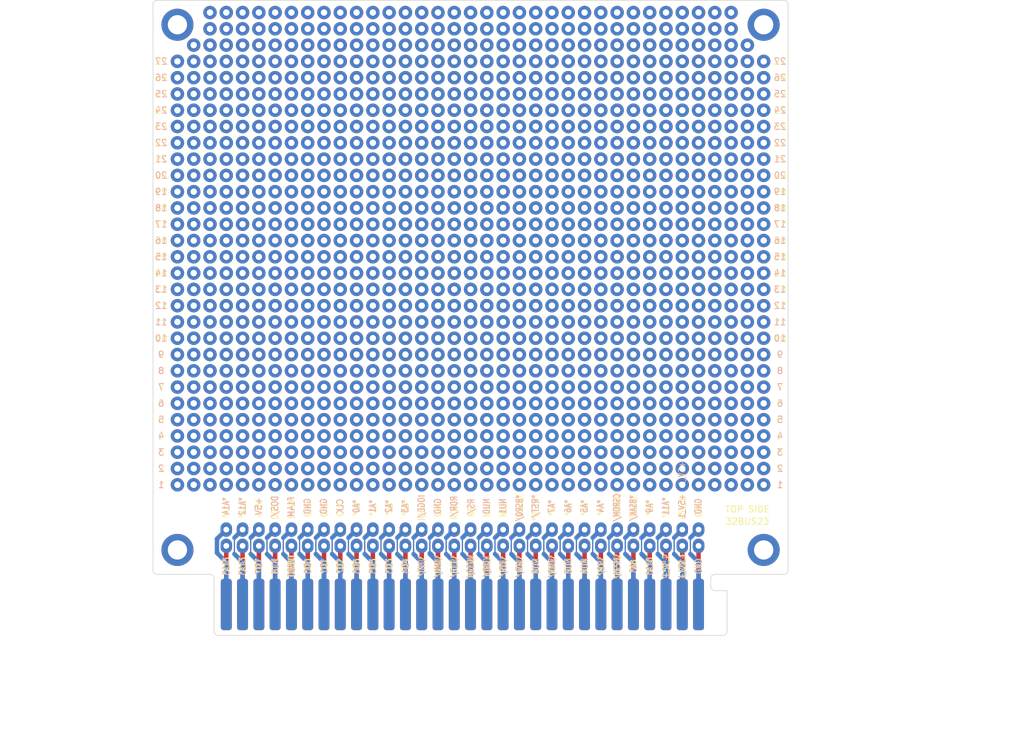
<source format=kicad_pcb>
(kicad_pcb (version 20211014) (generator pcbnew)
  (layers (0 "F.Cu" signal) (31 "B.Cu" signal) (34 "B.Paste" user) (35 "F.Paste" user) (36 "B.SilkS" user "B.Silkscreen") (37 "F.SilkS" user "F.Silkscreen") (38 "B.Mask" user) (39 "F.Mask" user) (44 "Edge.Cuts" user))
  (net 0 "")
  (net 1 "/*A14")
  (net 2 "/*A12")
  (net 3 "/+5V")
  (net 4 "/DOS{slash}")
  (net 5 "/F14M")
  (net 6 "/GND")
  (net 7 "/CLK")
  (net 8 "/*A0")
  (net 9 "/*A1")
  (net 10 "/*A2")
  (net 11 "/*A3")
  (net 12 "/IOGE{slash}")
  (net 13 "/RDR{slash}")
  (net 14 "/RS{slash}")
  (net 15 "/NU0")
  (net 16 "/NU1")
  (net 17 "/*BSRQ{slash}")
  (net 18 "/*RST{slash}")
  (net 19 "/*A7")
  (net 20 "/*A6")
  (net 21 "/*A5")
  (net 22 "/*A4")
  (net 23 "/CSR{slash}")
  (net 24 "/*BSAK{slash}")
  (net 25 "/*A9")
  (net 26 "/*A11")
  (net 27 "/+5V_1")
  (net 28 "/*A15")
  (net 29 "/*A13")
  (net 30 "/*D7")
  (net 31 "/BLK")
  (net 32 "/TURBO")
  (net 33 "/*D0")
  (net 34 "/*D1")
  (net 35 "/*D2")
  (net 36 "/*D6")
  (net 37 "/*D5")
  (net 38 "/*D3")
  (net 39 "/*D4")
  (net 40 "/*INT{slash}")
  (net 41 "/*NMI{slash}")
  (net 42 "/*HLT{slash}")
  (net 43 "/*MREQ{slash}")
  (net 44 "/*IORQ{slash}")
  (net 45 "/*RD{slash}")
  (net 46 "/*WR{slash}")
  (net 47 "/NU2")
  (net 48 "/*WAIT{slash}")
  (net 49 "/NU3")
  (net 50 "/NU4")
  (net 51 "/*M1{slash}")
  (net 52 "/*RFSH{slash}")
  (net 53 "/*A8")
  (net 54 "/*A10")
  (net 55 "/+5V_2")
  (net 56 "/+12V_1")
  (footprint "my_lib:holes1" (layer "F.Cu") (at 46.355 67.945 90)
    (fp_text reference "REF**" hide)
    (fp_text value "holes1" hide)
  )
  (footprint "my_lib:holes1" (layer "F.Cu") (at 46.355 103.505 90)
    (fp_text reference "REF**" hide)
    (fp_text value "holes1" hide)
  )
  (footprint "my_lib:holes3" (layer "F.Cu") (at 46.355 55.245 90)
    (fp_text reference "REF**" hide)
    (fp_text value "holes3" hide)
  )
  (footprint "my_lib:holes1" (layer "F.Cu") (at 46.355 78.105 90)
    (fp_text reference "REF**" hide)
    (fp_text value "holes1" hide)
  )
  (footprint "my_lib:holes1" (layer "F.Cu") (at 46.355 100.965 90)
    (fp_text reference "REF**" hide)
    (fp_text value "holes1" hide)
  )
  (footprint "my_lib:holes1" (layer "F.Cu") (at 46.355 116.205 90)
    (fp_text reference "REF**" hide)
    (fp_text value "holes1" hide)
  )
  (footprint "my_lib:holes1" (layer "F.Cu") (at 46.355 93.345 90)
    (fp_text reference "REF**" hide)
    (fp_text value "holes1" hide)
  )
  (footprint "my_lib:holes1" (layer "F.Cu") (at 46.355 121.285 90)
    (fp_text reference "REF**" hide)
    (fp_text value "holes1" hide)
  )
  (footprint "my_lib:holes1" (layer "F.Cu") (at 46.355 106.045 90)
    (fp_text reference "REF**" hide)
    (fp_text value "holes1" hide)
  )
  (footprint "my_lib:holes1" (layer "F.Cu") (at 46.355 113.665 90)
    (fp_text reference "REF**" hide)
    (fp_text value "holes1" hide)
  )
  (footprint "my_lib:holes1" (layer "F.Cu") (at 46.355 123.825 90)
    (fp_text reference "REF**" hide)
    (fp_text value "holes1" hide)
  )
  (footprint "my_lib:hole_5mm" (layer "F.Cu") (at 46.355 54.61)
    (fp_text reference "REF**" hide)
    (fp_text value "hole_5mm" hide)
  )
  (footprint "my_lib:holes1" (layer "F.Cu") (at 46.355 111.125 90)
    (fp_text reference "REF**" hide)
    (fp_text value "holes1" hide)
  )
  (footprint "my_lib:holes1" (layer "F.Cu") (at 46.355 88.265 90)
    (fp_text reference "REF**" hide)
    (fp_text value "holes1" hide)
  )
  (footprint "my_lib:holes2" (layer "F.Cu") (at 46.355 57.785 90)
    (fp_text reference "REF**" hide)
    (fp_text value "holes2" hide)
  )
  (footprint "my_lib:PinSocket_2x30_P2.54mm_Vertical" (layer "F.Cu") (at 53.975 133.35 90)
    (fp_text reference "J3" hide)
    (fp_text value "Conn_02x30_Odd_Even" hide)
  )
  (footprint "my_lib:holes1" (layer "F.Cu") (at 46.355 118.745 90)
    (fp_text reference "REF**" hide)
    (fp_text value "holes1" hide)
  )
  (footprint "my_lib:holes1" (layer "F.Cu") (at 46.355 60.325 90)
    (fp_text reference "REF**" hide)
    (fp_text value "holes1" hide)
  )
  (footprint "my_lib:holes3" (layer "F.Cu") (at 46.355 52.705 90)
    (fp_text reference "REF**" hide)
    (fp_text value "holes3" hide)
  )
  (footprint "my_lib:PinSocket_1x31_P2.54mm_2" (layer "F.Cu") (at 53.975 145.034 90)
    (fp_text reference "J2" hide)
    (fp_text value "X1B")
  )
  (footprint "my_lib:holes1" (layer "F.Cu") (at 46.355 73.025 90)
    (fp_text reference "REF**" hide)
    (fp_text value "holes1" hide)
  )
  (footprint "my_lib:holes1" (layer "F.Cu") (at 46.355 65.405 90)
    (fp_text reference "REF**" hide)
    (fp_text value "holes1" hide)
  )
  (footprint "my_lib:holes1" (layer "F.Cu") (at 46.355 90.805 90)
    (fp_text reference "REF**" hide)
    (fp_text value "holes1" hide)
  )
  (footprint "my_lib:hole_5mm" (layer "F.Cu") (at 137.795 54.61)
    (fp_text reference "REF**" hide)
    (fp_text value "hole_5mm" hide)
  )
  (footprint "my_lib:holes1" (layer "F.Cu") (at 46.355 126.365 90)
    (fp_text reference "REF**" hide)
    (fp_text value "holes1" hide)
  )
  (footprint "my_lib:hole_5mm" (layer "F.Cu") (at 137.795 136.525)
    (fp_text reference "REF**" hide)
    (fp_text value "hole_5mm" hide)
  )
  (footprint "my_lib:holes1" (layer "F.Cu") (at 46.355 70.485 90)
    (fp_text reference "REF**" hide)
    (fp_text value "holes1" hide)
  )
  (footprint "my_lib:holes1" (layer "F.Cu") (at 46.355 83.185 90)
    (fp_text reference "REF**" hide)
    (fp_text value "holes1" hide)
  )
  (footprint "my_lib:holes1" (layer "F.Cu") (at 46.355 108.585 90)
    (fp_text reference "REF**" hide)
    (fp_text value "holes1" hide)
  )
  (footprint "my_lib:holes1" (layer "F.Cu") (at 46.355 98.425 90)
    (fp_text reference "REF**" hide)
    (fp_text value "holes1" hide)
  )
  (footprint "my_lib:holes1" (layer "F.Cu") (at 46.355 75.565 90)
    (fp_text reference "REF**" hide)
    (fp_text value "holes1" hide)
  )
  (footprint "my_lib:holes1" (layer "F.Cu") (at 46.355 85.725 90)
    (fp_text reference "REF**" hide)
    (fp_text value "holes1" hide)
  )
  (footprint "my_lib:holes1" (layer "F.Cu") (at 46.355 95.885 90)
    (fp_text reference "REF**" hide)
    (fp_text value "holes1" hide)
  )
  (footprint "my_lib:hole_5mm" (layer "F.Cu") (at 46.355 136.525)
    (fp_text reference "REF**" hide)
    (fp_text value "hole_5mm" hide)
  )
  (footprint "my_lib:holes1" (layer "F.Cu") (at 46.355 62.865 90)
    (fp_text reference "REF**" hide)
    (fp_text value "holes1" hide)
  )
  (footprint "my_lib:holes1" (layer "F.Cu") (at 46.355 80.645 90)
    (fp_text reference "REF**" hide)
    (fp_text value "holes1" hide)
  )
  (footprint "my_lib:PinSocket_1x31_P2.54mm_2" (layer "B.Cu") (at 53.975 145.034 -90)
    (fp_text reference "J1" hide)
    (fp_text value "X1A")
  )
  (gr_arc (start 42.545 51.435) (mid 42.730987 50.985987) (end 43.18 50.8) (layer "Edge.Cuts") (width 0.1))
  (gr_arc (start 129.54 140.97) (mid 129.725987 140.520987) (end 130.175 140.335) (layer "Edge.Cuts") (width 0.1))
  (gr_line (start 43.18 50.8) (end 140.97 50.8) (layer "Edge.Cuts") (width 0.1))
  (gr_arc (start 52.705 149.86) (mid 52.255987 149.674013) (end 52.07 149.225) (layer "Edge.Cuts") (width 0.1))
  (gr_line (start 130.175 140.335) (end 140.97 140.335) (layer "Edge.Cuts") (width 0.1))
  (gr_arc (start 51.435 140.335) (mid 51.884013 140.520987) (end 52.07 140.97) (layer "Edge.Cuts") (width 0.1))
  (gr_line (start 42.545 139.7) (end 42.545 51.435) (layer "Edge.Cuts") (width 0.1))
  (gr_arc (start 130.175 142.875) (mid 129.725987 142.689013) (end 129.54 142.24) (layer "Edge.Cuts") (width 0.1))
  (gr_arc (start 140.97 50.8) (mid 141.419013 50.985987) (end 141.605 51.435) (layer "Edge.Cuts") (width 0.1))
  (gr_line (start 52.07 149.225) (end 52.07 140.97) (layer "Edge.Cuts") (width 0.1))
  (gr_line (start 141.605 139.7) (end 141.605 51.435) (layer "Edge.Cuts") (width 0.1))
  (gr_arc (start 132.08 149.225) (mid 131.894013 149.674013) (end 131.445 149.86) (layer "Edge.Cuts") (width 0.1))
  (gr_line (start 131.445 149.86) (end 52.705 149.86) (layer "Edge.Cuts") (width 0.1))
  (gr_arc (start 141.605 139.7) (mid 141.419013 140.149013) (end 140.97 140.335) (layer "Edge.Cuts") (width 0.1))
  (gr_line (start 51.435 140.335) (end 43.18 140.335) (layer "Edge.Cuts") (width 0.1))
  (gr_line (start 129.54 140.97) (end 129.54 142.24) (layer "Edge.Cuts") (width 0.1))
  (gr_arc (start 43.18 140.335) (mid 42.730987 140.149013) (end 42.545 139.7) (layer "Edge.Cuts") (width 0.1))
  (gr_line (start 132.08 149.225) (end 132.08 142.875) (layer "Edge.Cuts") (width 0.1))
  (gr_line (start 132.08 142.875) (end 130.175 142.875) (layer "Edge.Cuts") (width 0.1))
  (gr_text "*D3" (at 79.375 139.065 90) (layer "B.SilkS") (effects (font (size 1 0.9)) (justify mirror)))
  (gr_text "*D4" (at 81.915 139.065 90) (layer "B.SilkS") (effects (font (size 1 0.9)) (justify mirror)))
  (gr_text "*A12" (at 56.468423 129.713303 90) (layer "B.SilkS") (effects (font (size 1 0.8)) (justify mirror)))
  (gr_text "5" (at 43.815 116.205) (layer "B.SilkS") (effects (font (size 1 1)) (justify mirror)))
  (gr_text "15" (at 43.815 90.805) (layer "B.SilkS") (effects (font (size 1 1)) (justify mirror)))
  (gr_text "12" (at 140.335 98.425) (layer "B.SilkS") (effects (font (size 1 1)) (justify mirror)))
  (gr_text "*A8" (at 117.475 139.065 90) (layer "B.SilkS") (effects (font (size 1 0.8)) (justify mirror)))
  (gr_text "NU1" (at 97.108423 129.713303 90) (layer "B.SilkS") (effects (font (size 1 0.8)) (justify mirror)))
  (gr_text "DOS/" (at 61.548423 129.713303 90) (layer "B.SilkS") (effects (font (size 1 0.8)) (justify mirror)))
  (gr_text "+5V_1" (at 125.048423 129.713303 90) (layer "B.SilkS") (effects (font (size 1 0.8)) (justify mirror)))
  (gr_text "11" (at 140.335 100.965) (layer "B.SilkS") (effects (font (size 1 1)) (justify mirror)))
  (gr_text "20" (at 43.815 78.105) (layer "B.SilkS") (effects (font (size 1 1)) (justify mirror)))
  (gr_text "*A9" (at 119.968423 129.713303 90) (layer "B.SilkS") (effects (font (size 1 0.8)) (justify mirror)))
  (gr_text "GND" (at 69.168423 129.713303 90) (layer "B.SilkS") (effects (font (size 1 0.8)) (justify mirror)))
  (gr_text "11" (at 43.815 100.965) (layer "B.SilkS") (effects (font (size 1 1)) (justify mirror)))
  (gr_text "8" (at 43.815 108.585) (layer "B.SilkS") (effects (font (size 1 1)) (justify mirror)))
  (gr_text "MREQ/" (at 92.075 139.065 90) (layer "B.SilkS") (effects (font (size 1 0.7)) (justify mirror)))
  (gr_text "17" (at 140.335 85.725) (layer "B.SilkS") (effects (font (size 1 1)) (justify mirror)))
  (gr_text "*A7" (at 104.728423 129.713303 90) (layer "B.SilkS") (effects (font (size 1 0.8)) (justify mirror)))
  (gr_text "4" (at 140.335 118.745) (layer "B.SilkS") (effects (font (size 1 1)) (justify mirror)))
  (gr_text "+5V" (at 59.008423 129.713303 90) (layer "B.SilkS") (effects (font (size 1 0.9)) (justify mirror)))
  (gr_text "21" (at 140.335 75.565) (layer "B.SilkS") (effects (font (size 1 1)) (justify mirror)))
  (gr_text "NU4" (at 109.855 139.065 90) (layer "B.SilkS") (effects (font (size 1 0.8)) (justify mirror)))
  (gr_text "RDR/" (at 89.488423 129.713303 90) (layer "B.SilkS") (effects (font (size 1 0.8)) (justify mirror)))
  (gr_text "14" (at 140.335 93.345) (layer "B.SilkS") (effects (font (size 1 1)) (justify mirror)))
  (gr_text "*RD/" (at 97.155 139.065 90) (layer "B.SilkS") (effects (font (size 1 0.9)) (justify mirror)))
  (gr_text "*A13" (at 56.515 139.065 90) (layer "B.SilkS") (effects (font (size 1 0.8)) (justify mirror)))
  (gr_text "16" (at 140.335 88.265) (layer "B.SilkS") (effects (font (size 1 1)) (justify mirror)))
  (gr_text "19" (at 43.815 80.645) (layer "B.SilkS") (effects (font (size 1 1)) (justify mirror)))
  (gr_text "CLK" (at 71.708423 129.713303 90) (layer "B.SilkS") (effects (font (size 1 0.8)) (justify mirror)))
  (gr_text "27" (at 140.335 60.325) (layer "B.SilkS") (effects (font (size 1 1)) (justify mirror)))
  (gr_text "GND" (at 66.628423 129.713303 90) (layer "B.SilkS") (effects (font (size 1 0.8)) (justify mirror)))
  (gr_text "13" (at 140.335 95.885) (layer "B.SilkS") (effects (font (size 1 1)) (justify mirror)))
  (gr_text "26" (at 140.335 62.865) (layer "B.SilkS") (effects (font (size 1 1)) (justify mirror)))
  (gr_text "27" (at 43.815 60.325) (layer "B.SilkS") (effects (font (size 1 1)) (justify mirror)))
  (gr_text "22" (at 43.815 73.025) (layer "B.SilkS") (effects (font (size 1 1)) (justify mirror)))
  (gr_text "25" (at 140.335 65.405) (layer "B.SilkS") (effects (font (size 1 1)) (justify mirror)))
  (gr_text "21" (at 43.815 75.565) (layer "B.SilkS") (effects (font (size 1 1)) (justify mirror)))
  (gr_text "CSROM/" (at 114.883421 129.932036 90) (layer "B.SilkS") (effects (font (size 1 0.7)) (justify mirror)))
  (gr_text "*WR/" (at 99.695 139.065 90) (layer "B.SilkS") (effects (font (size 1 0.9)) (justify mirror)))
  (gr_text "9" (at 43.815 106.045) (layer "B.SilkS") (effects (font (size 1 1)) (justify mirror)))
  (gr_text "+12V_1" (at 125.095 139.065 90) (layer "B.SilkS") (effects (font (size 1 0.7)) (justify mirror)))
  (gr_text "23" (at 43.815 70.485) (layer "B.SilkS") (effects (font (size 1 1)) (justify mirror)))
  (gr_text "7" (at 140.335 111.125) (layer "B.SilkS") (effects (font (size 1 1)) (justify mirror)))
  (gr_text "GND" (at 127.635 139.065 90) (layer "B.SilkS") (effects (font (size 1 0.8)) (justify mirror)))
  (gr_text "F14M" (at 64.106508 129.799071 90) (layer "B.SilkS") (effects (font (size 1 0.8)) (justify mirror)))
  (gr_text "*RST/" (at 102.188423 129.713303 90) (layer "B.SilkS") (effects (font (size 1 0.8)) (justify mirror)))
  (gr_text "20" (at 140.335 78.105) (layer "B.SilkS") (effects (font (size 1 1)) (justify mirror)))
  (gr_text "*A14" (at 53.928423 129.713303 90) (layer "B.SilkS") (effects (font (size 1 0.8)) (justify mirror)))
  (gr_text "14" (at 43.815 93.345) (layer "B.SilkS") (effects (font (size 1 1)) (justify mirror)))
  (gr_text "2" (at 140.335 123.825) (layer "B.SilkS") (effects (font (size 1 1)) (justify mirror)))
  (gr_text "*A2" (at 79.328423 129.713303 90) (layer "B.SilkS") (effects (font (size 1 0.8)) (justify mirror)))
  (gr_text "6" (at 140.335 113.665) (layer "B.SilkS") (effects (font (size 1 1)) (justify mirror)))
  (gr_text "RS/" (at 92.156717 129.739653 90) (layer "B.SilkS") (effects (font (size 1 0.8)) (justify mirror)))
  (gr_text "8" (at 140.335 108.585) (layer "B.SilkS") (effects (font (size 1 1)) (justify mirror)))
  (gr_text "1" (at 43.815 126.365) (layer "B.SilkS") (effects (font (size 1 1)) (justify mirror)))
  (gr_text "3" (at 140.335 121.285) (layer "B.SilkS") (effects (font (size 1 1)) (justify mirror)))
  (gr_text "*D1" (at 69.215 139.065 90) (layer "B.SilkS") (effects (font (size 1 0.9)) (justify mirror)))
  (gr_text "2" (at 43.815 123.825) (layer "B.SilkS") (effects (font (size 1 1)) (justify mirror)))
  (gr_text "*A1" (at 76.788423 129.713303 90) (layer "B.SilkS") (effects (font (size 1 0.8)) (justify mirror)))
  (gr_text "*INT/" (at 84.455 139.065 90) (layer "B.SilkS") (effects (font (size 1 0.8)) (justify mirror)))
  (gr_text "IORQ/" (at 94.615 139.065 90) (layer "B.SilkS") (effects (font (size 1 0.7)) (justify mirror)))
  (gr_text "*D6" (at 74.295 139.065 90) (layer "B.SilkS") (effects (font (size 1 0.9)) (justify mirror)))
  (gr_text "12" (at 43.815 98.425) (layer "B.SilkS") (effects (font (size 1 1)) (justify mirror)))
  (gr_text "22" (at 140.335 73.025) (layer "B.SilkS") (effects (font (size 1 1)) (justify mirror)))
  (gr_text "*BSRQ/" (at 99.691204 130.019488 90) (layer "B.SilkS") (effects (font (size 1 0.7)) (justify mirror)))
  (gr_text "18" (at 43.815 83.185) (layer "B.SilkS") (effects (font (size 1 1)) (justify mirror)))
  (gr_text "TURBO" (at 64.135 139.065 90) (layer "B.SilkS") (effects (font (size 1 0.7)) (justify mirror)))
  (gr_text "NU0" (at 94.568423 129.713303 90) (layer "B.SilkS") (effects (font (size 1 0.8)) (justify mirror)))
  (gr_text "*A15" (at 53.975 139.065 90) (layer "B.SilkS") (effects (font (size 1 0.8)) (justify mirror)))
  (gr_text "BLK" (at 61.595 139.065 90) (layer "B.SilkS") (effects (font (size 1 0.9)) (justify mirror)))
  (gr_text "+5V_1" (at 125.048423 124.633303 90) (layer "B.SilkS") (effects (font (size 1 0.8)) (justify mirror)))
  (gr_text "1" (at 140.335 126.365) (layer "B.SilkS") (effects (font (size 1 1)) (justify mirror)))
  (gr_text "18" (at 140.335 83.185) (layer "B.SilkS") (effects (font (size 1 1)) (justify mirror)))
  (gr_text "13" (at 43.815 95.885) (layer "B.SilkS") (effects (font (size 1 1)) (justify mirror)))
  (gr_text "NU3" (at 107.315 139.065 90) (layer "B.SilkS") (effects (font (size 1 0.8)) (justify mirror)))
  (gr_text "*D0" (at 66.675 139.065 90) (layer "B.SilkS") (effects (font (size 1 0.9)) (justify mirror)))
  (gr_text "24" (at 140.335 67.945) (layer "B.SilkS") (effects (font (size 1 1)) (justify mirror)))
  (gr_text "4" (at 43.815 118.745) (layer "B.SilkS") (effects (font (size 1 1)) (justify mirror)))
  (gr_text "15" (at 140.335 90.805) (layer "B.SilkS") (effects (font (size 1 1)) (justify mirror)))
  (gr_text "*D2" (at 71.755 139.065 90) (layer "B.SilkS") (effects (font (size 1 0.9)) (justify mirror)))
  (gr_text "IOGE/" (at 84.408423 129.713303 90) (layer "B.SilkS") (effects (font (size 1 0.8)) (justify mirror)))
  (gr_text "*HLT/" (at 89.535 139.065 90) (layer "B.SilkS") (effects (font (size 1 0.8)) (justify mirror)))
  (gr_text "10" (at 140.335 103.505) (layer "B.SilkS") (effects (font (size 1 1)) (justify mirror)))
  (gr_text "*M1/" (at 112.395 139.065 90) (layer "B.SilkS") (effects (font (size 1 0.8)) (justify mirror)))
  (gr_text "GND" (at 86.948423 129.713303 90) (layer "B.SilkS") (effects (font (size 1 0.8)) (justify mirror)))
  (gr_text "GND" (at 127.588423 129.713303 90) (layer "B.SilkS") (effects (font (size 1 0.8)) (justify mirror)))
  (gr_text "25" (at 43.815 65.405) (layer "B.SilkS") (effects (font (size 1 1)) (justify mirror)))
  (gr_text "+5V_2" (at 122.555 139.065 90) (layer "B.SilkS") (effects (font (size 1 0.8)) (justify mirror)))
  (gr_text "6" (at 43.815 113.665) (layer "B.SilkS") (effects (font (size 1 1)) (justify mirror)))
  (gr_text "9" (at 140.335 106.045) (layer "B.SilkS") (effects (font (size 1 1)) (justify mirror)))
  (gr_text "*BSAK/" (at 117.445367 130.019488 90) (layer "B.SilkS") (effects (font (size 1 0.7)) (justify mirror)))
  (gr_text "7" (at 43.815 111.125) (layer "B.SilkS") (effects (font (size 1 1)) (justify mirror)))
  (gr_text "*A4" (at 112.348423 129.713303 90) (layer "B.SilkS") (effects (font (size 1 0.8)) (justify mirror)))
  (gr_text "NU2" (at 102.235 139.065 90) (layer "B.SilkS") (effects (font (size 1 0.8)) (justify mirror)))
  (gr_text "26" (at 43.815 62.865) (layer "B.SilkS") (effects (font (size 1 1)) (justify mirror)))
  (gr_text "*A11" (at 122.508423 129.713303 90) (layer "B.SilkS") (effects (font (size 1 0.8)) (justify mirror)))
  (gr_text "24" (at 43.815 67.945) (layer "B.SilkS") (effects (font (size 1 1)) (justify mirror)))
  (gr_text "*A6" (at 107.268423 129.713303 90) (layer "B.SilkS") (effects (font (size 1 0.8)) (justify mirror)))
  (gr_text "*RFSH/" (at 114.935 139.065 90) (layer "B.SilkS") (effects (font (size 1 0.7)) (justify mirror)))
  (gr_text "23" (at 140.335 70.485) (layer "B.SilkS") (effects (font (size 1 1)) (justify mirror)))
  (gr_text "*D7" (at 59.055 139.065 90) (layer "B.SilkS") (effects (font (size 1 0.9)) (justify mirror)))
  (gr_text "10" (at 43.815 103.505) (layer "B.SilkS") (effects (font (size 1 1)) (justify mirror)))
  (gr_text "17" (at 43.815 85.725) (layer "B.SilkS") (effects (font (size 1 1)) (justify mirror)))
  (gr_text "16" (at 43.815 88.265) (layer "B.SilkS") (effects (font (size 1 1)) (justify mirror)))
  (gr_text "5" (at 140.335 116.205) (layer "B.SilkS") (effects (font (size 1 1)) (justify mirror)))
  (gr_text "*A5" (at 109.808423 129.713303 90) (layer "B.SilkS") (effects (font (size 1 0.8)) (justify mirror)))
  (gr_text "*A0" (at 74.248423 129.713303 90) (layer "B.SilkS") (effects (font (size 1 0.8)) (justify mirror)))
  (gr_text "*NMI/" (at 86.995 139.065 90) (layer "B.SilkS") (effects (font (size 1 0.8)) (justify mirror)))
  (gr_text "*D5" (at 76.835 139.065 90) (layer "B.SilkS") (effects (font (size 1 0.9)) (justify mirror)))
  (gr_text "3" (at 43.815 121.285) (layer "B.SilkS") (effects (font (size 1 1)) (justify mirror)))
  (gr_text "*WAIT/" (at 104.775 139.065 90) (layer "B.SilkS") (effects (font (size 1 0.7)) (justify mirror)))
  (gr_text "*A3" (at 81.868423 129.713303 90) (layer "B.SilkS") (effects (font (size 1 0.8)) (justify mirror)))
  (gr_text "*A10" (at 120.015 139.065 90) (layer "B.SilkS") (effects (font (size 1 0.8)) (justify mirror)))
  (gr_text "19" (at 140.335 80.645) (layer "B.SilkS") (effects (font (size 1 1)) (justify mirror)))
  (gr_text "BLK" (at 61.595 139.065 90) (layer "F.SilkS") (effects (font (size 1 0.9))))
  (gr_text "*WAIT/" (at 104.775 139.065 90) (layer "F.SilkS") (effects (font (size 1 0.7))))
  (gr_text "5" (at 43.815 116.205) (layer "F.SilkS") (effects (font (size 1 1))))
  (gr_text "*A9" (at 120.015 130.175 90) (layer "F.SilkS") (effects (font (size 1 0.8))))
  (gr_text "*A0" (at 74.295 130.175 90) (layer "F.SilkS") (effects (font (size 1 0.8))))
  (gr_text "27" (at 43.815 60.325) (layer "F.SilkS") (effects (font (size 1 1))))
  (gr_text "8" (at 43.815 108.585) (layer "F.SilkS") (effects (font (size 1 1))))
  (gr_text "6" (at 43.815 113.665) (layer "F.SilkS") (effects (font (size 1 1))))
  (gr_text "*RD/" (at 97.155 139.065 90) (layer "F.SilkS") (effects (font (size 1 0.9))))
  (gr_text "13" (at 43.815 95.885) (layer "F.SilkS") (effects (font (size 1 1))))
  (gr_text "19" (at 140.335 80.645) (layer "F.SilkS") (effects (font (size 1 1))))
  (gr_text "24" (at 43.815 67.945) (layer "F.SilkS") (effects (font (size 1 1))))
  (gr_text "26" (at 43.815 62.865) (layer "F.SilkS") (effects (font (size 1 1))))
  (gr_text "GND" (at 86.995 130.175 90) (layer "F.SilkS") (effects (font (size 1 0.8))))
  (gr_text "32BUS23" (at 135.255 132.08) (layer "F.SilkS") (effects (font (size 1 1))))
  (gr_text "F14M" (at 64.153085 130.089232 90) (layer "F.SilkS") (effects (font (size 1 0.8))))
  (gr_text "TOP SIDE" (at 135.255 130.175) (layer "F.SilkS") (effects (font (size 1 1))))
  (gr_text "+5V" (at 59.055 130.175 90) (layer "F.SilkS") (effects (font (size 1 0.9))))
  (gr_text "16" (at 43.815 88.265) (layer "F.SilkS") (effects (font (size 1 1))))
  (gr_text "22" (at 43.815 73.025) (layer "F.SilkS") (effects (font (size 1 1))))
  (gr_text "12" (at 43.815 98.425) (layer "F.SilkS") (effects (font (size 1 1))))
  (gr_text "1" (at 140.335 126.365) (layer "F.SilkS") (effects (font (size 1 1))))
  (gr_text "21" (at 140.335 75.565) (layer "F.SilkS") (effects (font (size 1 1))))
  (gr_text "*BSRQ/" (at 99.737781 129.868815 90) (layer "F.SilkS") (effects (font (size 1 0.7))))
  (gr_text "NU4" (at 109.855 139.065 90) (layer "F.SilkS") (effects (font (size 1 0.8))))
  (gr_text "RS/" (at 92.203294 130.14865 90) (layer "F.SilkS") (effects (font (size 1 0.8))))
  (gr_text "8" (at 140.335 108.585) (layer "F.SilkS") (effects (font (size 1 1))))
  (gr_text "15" (at 140.335 90.805) (layer "F.SilkS") (effects (font (size 1 1))))
  (gr_text "*A5" (at 109.855 130.175 90) (layer "F.SilkS") (effects (font (size 1 0.8))))
  (gr_text "*WR/" (at 99.695 139.065 90) (layer "F.SilkS") (effects (font (size 1 0.9))))
  (gr_text "RDR/" (at 89.535 130.175 90) (layer "F.SilkS") (effects (font (size 1 0.8))))
  (gr_text "2" (at 140.335 123.825) (layer "F.SilkS") (effects (font (size 1 1))))
  (gr_text "15" (at 43.815 90.805) (layer "F.SilkS") (effects (font (size 1 1))))
  (gr_text "24" (at 140.335 67.945) (layer "F.SilkS") (effects (font (size 1 1))))
  (gr_text "27" (at 140.335 60.325) (layer "F.SilkS") (effects (font (size 1 1))))
  (gr_text "6" (at 140.335 113.665) (layer "F.SilkS") (effects (font (size 1 1))))
  (gr_text "*A2" (at 79.375 130.175 90) (layer "F.SilkS") (effects (font (size 1 0.8))))
  (gr_text "IOGE/" (at 84.455 130.175 90) (layer "F.SilkS") (effects (font (size 1 0.8))))
  (gr_text "*NMI/" (at 86.995 139.065 90) (layer "F.SilkS") (effects (font (size 1 0.8))))
  (gr_text "17" (at 140.335 85.725) (layer "F.SilkS") (effects (font (size 1 1))))
  (gr_text "25" (at 140.335 65.405) (layer "F.SilkS") (effects (font (size 1 1))))
  (gr_text "*RFSH/" (at 114.935 139.065 90) (layer "F.SilkS") (effects (font (size 1 0.7))))
  (gr_text "*D2" (at 71.755 139.065 90) (layer "F.SilkS") (effects (font (size 1 0.9))))
  (gr_text "16" (at 140.335 88.265) (layer "F.SilkS") (effects (font (size 1 1))))
  (gr_text "NU2" (at 102.235 139.065 90) (layer "F.SilkS") (effects (font (size 1 0.8))))
  (gr_text "GND" (at 66.675 130.175 90) (layer "F.SilkS") (effects (font (size 1 0.8))))
  (gr_text "18" (at 140.335 83.185) (layer "F.SilkS") (effects (font (size 1 1))))
  (gr_text "NU3" (at 107.315 139.065 90) (layer "F.SilkS") (effects (font (size 1 0.8))))
  (gr_text "4" (at 43.815 118.745) (layer "F.SilkS") (effects (font (size 1 1))))
  (gr_text "GND" (at 69.215 130.175 90) (layer "F.SilkS") (effects (font (size 1 0.8))))
  (gr_text "*D6" (at 74.295 139.065 90) (layer "F.SilkS") (effects (font (size 1 0.9))))
  (gr_text "TURBO" (at 64.135 139.065 90) (layer "F.SilkS") (effects (font (size 1 0.7))))
  (gr_text "11" (at 140.335 100.965) (layer "F.SilkS") (effects (font (size 1 1))))
  (gr_text "*A3" (at 81.915 130.175 90) (layer "F.SilkS") (effects (font (size 1 0.8))))
  (gr_text "*A11" (at 122.555 130.175 90) (layer "F.SilkS") (effects (font (size 1 0.8))))
  (gr_text "GND" (at 127.635 139.065 90) (layer "F.SilkS") (effects (font (size 1 0.8))))
  (gr_text "3" (at 43.815 121.285) (layer "F.SilkS") (effects (font (size 1 1))))
  (gr_text "*A8" (at 117.475 139.065 90) (layer "F.SilkS") (effects (font (size 1 0.8))))
  (gr_text "13" (at 140.335 95.885) (layer "F.SilkS") (effects (font (size 1 1))))
  (gr_text "9" (at 140.335 106.045) (layer "F.SilkS") (effects (font (size 1 1))))
  (gr_text "1" (at 43.815 126.365) (layer "F.SilkS") (effects (font (size 1 1))))
  (gr_text "3" (at 140.335 121.285) (layer "F.SilkS") (effects (font (size 1 1))))
  (gr_text "9" (at 43.815 106.045) (layer "F.SilkS") (effects (font (size 1 1))))
  (gr_text "23" (at 140.335 70.485) (layer "F.SilkS") (effects (font (size 1 1))))
  (gr_text "23" (at 43.815 70.485) (layer "F.SilkS") (effects (font (size 1 1))))
  (gr_text "NU0" (at 94.615 130.175 90) (layer "F.SilkS") (effects (font (size 1 0.8))))
  (gr_text "*HLT/" (at 89.535 139.065 90) (layer "F.SilkS") (effects (font (size 1 0.8))))
  (gr_text "11" (at 43.815 100.965) (layer "F.SilkS") (effects (font (size 1 1))))
  (gr_text "2" (at 43.815 123.825) (layer "F.SilkS") (effects (font (size 1 1))))
  (gr_text "10" (at 140.335 103.505) (layer "F.SilkS") (effects (font (size 1 1))))
  (gr_text "17" (at 43.815 85.725) (layer "F.SilkS") (effects (font (size 1 1))))
  (gr_text "*A14" (at 53.975 130.175 90) (layer "F.SilkS") (effects (font (size 1 0.8))))
  (gr_text "*INT/" (at 84.455 139.065 90) (layer "F.SilkS") (effects (font (size 1 0.8))))
  (gr_text "*A13" (at 56.515 139.065 90) (layer "F.SilkS") (effects (font (size 1 0.8))))
  (gr_text "5" (at 140.335 116.205) (layer "F.SilkS") (effects (font (size 1 1))))
  (gr_text "20" (at 43.815 78.105) (layer "F.SilkS") (effects (font (size 1 1))))
  (gr_text "IORQ/" (at 94.615 139.065 90) (layer "F.SilkS") (effects (font (size 1 0.7))))
  (gr_text "*RST/" (at 102.235 130.175 90) (layer "F.SilkS") (effects (font (size 1 0.8))))
  (gr_text "14" (at 43.815 93.345) (layer "F.SilkS") (effects (font (size 1 1))))
  (gr_text "MREQ/" (at 92.075 139.065 90) (layer "F.SilkS") (effects (font (size 1 0.7))))
  (gr_text "CSROM/" (at 114.935 129.54 90) (layer "F.SilkS") (effects (font (size 1 0.7))))
  (gr_text "21" (at 43.815 75.565) (layer "F.SilkS") (effects (font (size 1 1))))
  (gr_text "*D4" (at 81.915 139.065 90) (layer "F.SilkS") (effects (font (size 1 0.9))))
  (gr_text "GND" (at 127.635 130.175 90) (layer "F.SilkS") (effects (font (size 1 0.8))))
  (gr_text "+5V_1" (at 125.095 130.175 90) (layer "F.SilkS") (effects (font (size 1 0.8))))
  (gr_text "*A10" (at 120.015 139.065 90) (layer "F.SilkS") (effects (font (size 1 0.8))))
  (gr_text "*D1" (at 69.215 139.065 90) (layer "F.SilkS") (effects (font (size 1 0.9))))
  (gr_text "*A15" (at 53.975 139.065 90) (layer "F.SilkS") (effects (font (size 1 0.8))))
  (gr_text "7" (at 140.335 111.125) (layer "F.SilkS") (effects (font (size 1 1))))
  (gr_text "*M1/" (at 112.395 139.065 90) (layer "F.SilkS") (effects (font (size 1 0.8))))
  (gr_text "20" (at 140.335 78.105) (layer "F.SilkS") (effects (font (size 1 1))))
  (gr_text "12" (at 140.335 98.425) (layer "F.SilkS") (effects (font (size 1 1))))
  (gr_text "25" (at 43.815 65.405) (layer "F.SilkS") (effects (font (size 1 1))))
  (gr_text "*BSAK/" (at 117.491944 129.868815 90) (layer "F.SilkS") (effects (font (size 1 0.7))))
  (gr_text "*D5" (at 76.835 139.065 90) (layer "F.SilkS") (effects (font (size 1 0.9))))
  (gr_text "DOS/" (at 61.595 130.175 90) (layer "F.SilkS") (effects (font (size 1 0.8))))
  (gr_text "14" (at 140.335 93.345) (layer "F.SilkS") (effects (font (size 1 1))))
  (gr_text "26" (at 140.335 62.865) (layer "F.SilkS") (effects (font (size 1 1))))
  (gr_text "18" (at 43.815 83.185) (layer "F.SilkS") (effects (font (size 1 1))))
  (gr_text "*D3" (at 79.375 139.065 90) (layer "F.SilkS") (effects (font (size 1 0.9))))
  (gr_text "*A7" (at 104.775 130.175 90) (layer "F.SilkS") (effects (font (size 1 0.8))))
  (gr_text "*A6" (at 107.315 130.175 90) (layer "F.SilkS") (effects (font (size 1 0.8))))
  (gr_text "CLK" (at 71.755 130.175 90) (layer "F.SilkS") (effects (font (size 1 0.8))))
  (gr_text "19" (at 43.815 80.645) (layer "F.SilkS") (effects (font (size 1 1))))
  (gr_text "*A1" (at 76.835 130.175 90) (layer "F.SilkS") (effects (font (size 1 0.8))))
  (gr_text "NU1" (at 97.155 130.175 90) (layer "F.SilkS") (effects (font (size 1 0.8))))
  (gr_text "*D0" (at 66.675 139.065 90) (layer "F.SilkS") (effects (font (size 1 0.9))))
  (gr_text "+5V_2" (at 122.555 139.065 90) (layer "F.SilkS") (effects (font (size 1 0.8))))
  (gr_text "*D7" (at 59.055 139.065 90) (layer "F.SilkS") (effects (font (size 1 0.9))))
  (gr_text "*A4" (at 112.395 130.175 90) (layer "F.SilkS") (effects (font (size 1 0.8))))
  (gr_text "7" (at 43.815 111.125) (layer "F.SilkS") (effects (font (size 1 1))))
  (gr_text "*A12" (at 56.515 130.175 90) (layer "F.SilkS") (effects (font (size 1 0.8))))
  (gr_text "4" (at 140.335 118.745) (layer "F.SilkS") (effects (font (size 1 1))))
  (gr_text "10" (at 43.815 103.505) (layer "F.SilkS") (effects (font (size 1 1))))
  (gr_text "22" (at 140.335 73.025) (layer "F.SilkS") (effects (font (size 1 1))))
  (gr_text "+12V_1" (at 125.095 139.065 90) (layer "F.SilkS") (effects (font (size 1 0.7))))
  (segment (start 52.525 136.98) (end 52.705 137.16) (width 0.7) (layer "B.Cu") (net 1))
  (segment (start 52.705 137.16) (end 53.975 138.43) (width 0.7) (layer "B.Cu") (net 1))
  (segment (start 52.705 134.62) (end 53.975 133.35) (width 0.7) (layer "B.Cu") (net 1))
  (segment (start 53.975 133.35) (end 52.705 134.62) (width 0.2) (layer "B.Cu") (net 1))
  (segment (start 52.705 134.62) (end 52.525 134.8) (width 0.7) (layer "B.Cu") (net 1))
  (segment (start 52.705 137.16) (end 53.975 138.43) (width 0.2) (layer "B.Cu") (net 1))
  (segment (start 52.525 134.8) (end 52.525 136.98) (width 0.7) (layer "B.Cu") (net 1))
  (segment (start 53.975 138.43) (end 53.975 145.034) (width 0.2) (layer "B.Cu") (net 1))
  (segment (start 53.975 138.43) (end 53.975 145.034) (width 0.7) (layer "B.Cu") (net 1))
  (segment (start 56.515 138.43) (end 56.515 145.034) (width 0.7) (layer "B.Cu") (net 2))
  (segment (start 55.245 137.16) (end 56.515 138.43) (width 0.7) (layer "B.Cu") (net 2))
  (segment (start 55.245 134.62) (end 56.515 133.35) (width 0.7) (layer "B.Cu") (net 2))
  (segment (start 55.245 134.62) (end 55.245 137.16) (width 0.2) (layer "B.Cu") (net 2))
  (segment (start 59.055 138.43) (end 59.055 145.034) (width 0.7) (layer "B.Cu") (net 3))
  (segment (start 57.785 134.62) (end 57.785 137.16) (width 0.2) (layer "B.Cu") (net 3))
  (segment (start 57.785 137.16) (end 59.055 138.43) (width 0.7) (layer "B.Cu") (net 3))
  (segment (start 57.785 134.62) (end 59.055 133.35) (width 0.7) (layer "B.Cu") (net 3))
  (segment (start 59.055 138.43) (end 59.055 145.034) (width 0.2) (layer "B.Cu") (net 3))
  (segment (start 57.785 137.16) (end 59.055 138.43) (width 0.2) (layer "B.Cu") (net 3))
  (segment (start 59.055 133.35) (end 57.785 134.62) (width 0.2) (layer "B.Cu") (net 3))
  (segment (start 60.325 137.16) (end 61.595 138.43) (width 0.7) (layer "B.Cu") (net 4))
  (segment (start 61.595 133.35) (end 60.325 134.62) (width 0.2) (layer "B.Cu") (net 4))
  (segment (start 60.325 134.62) (end 61.595 133.35) (width 0.7) (layer "B.Cu") (net 4))
  (segment (start 60.325 134.62) (end 60.325 137.16) (width 0.2) (layer "B.Cu") (net 4))
  (segment (start 61.595 138.43) (end 61.595 145.034) (width 0.2) (layer "B.Cu") (net 4))
  (segment (start 60.325 137.16) (end 61.595 138.43) (width 0.2) (layer "B.Cu") (net 4))
  (segment (start 61.595 138.43) (end 61.595 145.034) (width 0.7) (layer "B.Cu") (net 4))
  (segment (start 62.865 134.62) (end 64.135 133.35) (width 0.7) (layer "B.Cu") (net 5))
  (segment (start 64.135 138.43) (end 64.135 145.034) (width 0.7) (layer "B.Cu") (net 5))
  (segment (start 62.865 137.16) (end 64.135 138.43) (width 0.2) (layer "B.Cu") (net 5))
  (segment (start 64.135 133.35) (end 62.865 134.62) (width 0.2) (layer "B.Cu") (net 5))
  (segment (start 62.865 137.16) (end 64.135 138.43) (width 0.7) (layer "B.Cu") (net 5))
  (segment (start 62.865 137.16) (end 64.135 138.43) (width 0.2) (layer "B.Cu") (net 5))
  (segment (start 62.865 134.62) (end 62.865 137.16) (width 0.2) (layer "B.Cu") (net 5))
  (segment (start 64.135 138.43) (end 64.135 145.034) (width 0.2) (layer "B.Cu") (net 5))
  (segment (start 127.635 135.636) (end 127.635 144.78) (width 0.7) (layer "F.Cu") (net 6))
  (segment (start 86.995 138.303) (end 85.725 137.033) (width 0.7) (layer "B.Cu") (net 6))
  (segment (start 66.675 133.35) (end 65.405 134.62) (width 0.2) (layer "B.Cu") (net 6))
  (segment (start 86.995 133.223) (end 85.725 134.493) (width 0.2) (layer "B.Cu") (net 6))
  (segment (start 86.995 138.43) (end 86.995 138.303) (width 0.7) (layer "B.Cu") (net 6))
  (segment (start 69.215 139.7) (end 69.215 138.43) (width 0.7) (layer "B.Cu") (net 6))
  (segment (start 85.725 134.62) (end 86.995 133.35) (width 0.7) (layer "B.Cu") (net 6))
  (segment (start 69.215 133.35) (end 67.945 134.62) (width 0.2) (layer "B.Cu") (net 6))
  (segment (start 85.725 137.16) (end 86.995 138.43) (width 0.7) (layer "B.Cu") (net 6))
  (segment (start 126.365 134.493) (end 126.365 137.033) (width 0.2) (layer "B.Cu") (net 6))
  (segment (start 126.365 137.16) (end 127.635 138.43) (width 0.7) (layer "B.Cu") (net 6))
  (segment (start 126.365 134.62) (end 127.635 133.35) (width 0.7) (layer "B.Cu") (net 6))
  (segment (start 127.635 138.303) (end 127.635 144.907) (width 0.2) (layer "B.Cu") (net 6))
  (segment (start 67.945 137.16) (end 69.215 138.43) (width 0.7) (layer "B.Cu") (net 6))
  (segment (start 66.675 138.43) (end 65.405 137.16) (width 0.7) (layer "B.Cu") (net 6))
  (segment (start 85.725 134.493) (end 85.725 137.033) (width 0.2) (layer "B.Cu") (net 6))
  (segment (start 65.405 134.62) (end 65.405 137.16) (width 0.2) (layer "B.Cu") (net 6))
  (segment (start 127.635 138.43) (end 127.635 145.034) (width 0.7) (layer "B.Cu") (net 6))
  (segment (start 67.945 134.62) (end 67.945 137.16) (width 0.2) (layer "B.Cu") (net 6))
  (segment (start 65.405 137.16) (end 66.675 138.43) (width 0.7) (layer "B.Cu") (net 6))
  (segment (start 67.945 134.62) (end 69.215 133.35) (width 0.7) (layer "B.Cu") (net 6))
  (segment (start 66.675 139.7) (end 66.675 145.034) (width 0.7) (layer "B.Cu") (net 6))
  (segment (start 86.995 138.43) (end 86.995 145.034) (width 0.7) (layer "B.Cu") (net 6))
  (segment (start 66.675 138.43) (end 66.675 139.7) (width 0.7) (layer "B.Cu") (net 6))
  (segment (start 127.635 133.223) (end 126.365 134.493) (width 0.2) (layer "B.Cu") (net 6))
  (segment (start 69.215 138.43) (end 69.215 145.034) (width 0.7) (layer "B.Cu") (net 6))
  (segment (start 69.215 138.43) (end 67.945 137.16) (width 0.7) (layer "B.Cu") (net 6))
  (segment (start 69.215 145.034) (end 69.215 139.7) (width 0.7) (layer "B.Cu") (net 6))
  (segment (start 66.675 138.43) (end 66.675 145.034) (width 0.7) (layer "B.Cu") (net 6))
  (segment (start 86.995 145.034) (end 86.995 138.43) (width 0.7) (layer "B.Cu") (net 6))
  (segment (start 86.995 138.303) (end 86.995 144.907) (width 0.2) (layer "B.Cu") (net 6))
  (segment (start 65.405 134.62) (end 66.675 133.35) (width 0.7) (layer "B.Cu") (net 6))
  (segment (start 70.485 134.62) (end 70.485 137.16) (width 0.2) (layer "B.Cu") (net 7))
  (segment (start 71.755 138.43) (end 71.755 145.034) (width 0.7) (layer "B.Cu") (net 7))
  (segment (start 70.485 134.62) (end 71.755 133.35) (width 0.7) (layer "B.Cu") (net 7))
  (segment (start 71.755 133.35) (end 70.485 134.62) (width 0.2) (layer "B.Cu") (net 7))
  (segment (start 70.485 137.16) (end 71.755 138.43) (width 0.7) (layer "B.Cu") (net 7))
  (segment (start 70.485 137.16) (end 71.755 138.43) (width 0.2) (layer "B.Cu") (net 7))
  (segment (start 71.755 138.43) (end 71.755 145.034) (width 0.2) (layer "B.Cu") (net 7))
  (segment (start 73.025 134.62) (end 74.295 133.35) (width 0.7) (layer "B.Cu") (net 8))
  (segment (start 74.295 138.43) (end 74.295 145.034) (width 0.7) (layer "B.Cu") (net 8))
  (segment (start 73.025 134.62) (end 73.025 137.16) (width 0.2) (layer "B.Cu") (net 8))
  (segment (start 73.025 137.16) (end 74.295 138.43) (width 0.7) (layer "B.Cu") (net 8))
  (segment (start 74.295 138.43) (end 74.295 145.034) (width 0.2) (layer "B.Cu") (net 8))
  (segment (start 73.025 137.16) (end 74.295 138.43) (width 0.2) (layer "B.Cu") (net 8))
  (segment (start 73.025 137.16) (end 74.295 138.43) (width 0.2) (layer "B.Cu") (net 8))
  (segment (start 74.295 133.35) (end 73.025 134.62) (width 0.2) (layer "B.Cu") (net 8))
  (segment (start 76.835 138.43) (end 76.835 145.034) (width 0.7) (layer "B.Cu") (net 9))
  (segment (start 75.565 137.16) (end 76.835 138.43) (width 0.7) (layer "B.Cu") (net 9))
  (segment (start 75.565 137.033) (end 76.835 138.303) (width 0.2) (layer "B.Cu") (net 9))
  (segment (start 75.565 134.62) (end 76.835 133.35) (width 0.7) (layer "B.Cu") (net 9))
  (segment (start 75.565 134.493) (end 75.565 137.033) (width 0.2) (layer "B.Cu") (net 9))
  (segment (start 76.835 133.223) (end 75.565 134.493) (width 0.2) (layer "B.Cu") (net 9))
  (segment (start 76.835 138.303) (end 76.835 144.907) (width 0.2) (layer "B.Cu") (net 9))
  (segment (start 78.105 137.033) (end 79.375 138.303) (width 0.2) (layer "B.Cu") (net 10))
  (segment (start 78.105 137.16) (end 79.375 138.43) (width 0.7) (layer "B.Cu") (net 10))
  (segment (start 78.105 134.493) (end 78.105 137.033) (width 0.2) (layer "B.Cu") (net 10))
  (segment (start 79.375 138.303) (end 79.375 144.907) (width 0.2) (layer "B.Cu") (net 10))
  (segment (start 79.375 138.43) (end 79.375 145.034) (width 0.7) (layer "B.Cu") (net 10))
  (segment (start 79.375 133.223) (end 78.105 134.493) (width 0.2) (layer "B.Cu") (net 10))
  (segment (start 78.105 134.62) (end 79.375 133.35) (width 0.7) (layer "B.Cu") (net 10))
  (segment (start 81.915 138.43) (end 81.915 145.034) (width 0.7) (layer "B.Cu") (net 11))
  (segment (start 80.645 137.033) (end 81.915 138.303) (width 0.2) (layer "B.Cu") (net 11))
  (segment (start 80.645 137.16) (end 81.915 138.43) (width 0.7) (layer "B.Cu") (net 11))
  (segment (start 80.645 134.493) (end 80.645 137.033) (width 0.2) (layer "B.Cu") (net 11))
  (segment (start 81.915 133.223) (end 80.645 134.493) (width 0.2) (layer "B.Cu") (net 11))
  (segment (start 80.645 134.62) (end 81.915 133.35) (width 0.7) (layer "B.Cu") (net 11))
  (segment (start 81.915 138.303) (end 81.915 144.907) (width 0.2) (layer "B.Cu") (net 11))
  (segment (start 83.185 137.16) (end 84.455 138.43) (width 0.7) (layer "B.Cu") (net 12))
  (segment (start 84.455 138.303) (end 84.455 144.907) (width 0.2) (layer "B.Cu") (net 12))
  (segment (start 83.185 134.493) (end 83.185 137.033) (width 0.2) (layer "B.Cu") (net 12))
  (segment (start 83.185 137.16) (end 84.455 138.43) (width 0.2) (layer "B.Cu") (net 12))
  (segment (start 83.185 134.62) (end 84.455 133.35) (width 0.7) (layer "B.Cu") (net 12))
  (segment (start 84.455 133.223) (end 83.185 134.493) (width 0.2) (layer "B.Cu") (net 12))
  (segment (start 83.185 137.033) (end 84.455 138.303) (width 0.2) (layer "B.Cu") (net 12))
  (segment (start 84.455 138.43) (end 84.455 145.034) (width 0.7) (layer "B.Cu") (net 12))
  (segment (start 89.535 138.43) (end 89.535 145.034) (width 0.7) (layer "B.Cu") (net 13))
  (segment (start 88.265 134.62) (end 89.535 133.35) (width 0.7) (layer "B.Cu") (net 13))
  (segment (start 88.265 137.033) (end 89.535 138.303) (width 0.2) (layer "B.Cu") (net 13))
  (segment (start 89.535 133.223) (end 88.265 134.493) (width 0.2) (layer "B.Cu") (net 13))
  (segment (start 88.265 137.16) (end 89.535 138.43) (width 0.7) (layer "B.Cu") (net 13))
  (segment (start 88.265 134.493) (end 88.265 137.033) (width 0.2) (layer "B.Cu") (net 13))
  (segment (start 89.535 138.303) (end 89.535 144.907) (width 0.2) (layer "B.Cu") (net 13))
  (segment (start 92.075 133.223) (end 90.805 134.493) (width 0.2) (layer "B.Cu") (net 14))
  (segment (start 90.805 134.62) (end 92.075 133.35) (width 0.7) (layer "B.Cu") (net 14))
  (segment (start 90.805 134.493) (end 90.805 137.033) (width 0.2) (layer "B.Cu") (net 14))
  (segment (start 90.805 137.16) (end 92.075 138.43) (width 0.7) (layer "B.Cu") (net 14))
  (segment (start 90.805 137.033) (end 92.075 138.303) (width 0.2) (layer "B.Cu") (net 14))
  (segment (start 92.075 138.43) (end 92.075 145.034) (width 0.7) (layer "B.Cu") (net 14))
  (segment (start 92.075 138.303) (end 92.075 144.907) (width 0.2) (layer "B.Cu") (net 14))
  (segment (start 93.345 134.62) (end 94.615 133.35) (width 0.7) (layer "B.Cu") (net 15))
  (segment (start 94.615 138.303) (end 94.615 144.907) (width 0.2) (layer "B.Cu") (net 15))
  (segment (start 93.345 137.16) (end 94.615 138.43) (width 0.2) (layer "B.Cu") (net 15))
  (segment (start 93.345 134.493) (end 93.345 137.033) (width 0.2) (layer "B.Cu") (net 15))
  (segment (start 94.615 133.223) (end 93.345 134.493) (width 0.2) (layer "B.Cu") (net 15))
  (segment (start 94.615 138.43) (end 94.615 145.034) (width 0.7) (layer "B.Cu") (net 15))
  (segment (start 93.345 137.16) (end 94.615 138.43) (width 0.7) (layer "B.Cu") (net 15))
  (segment (start 93.345 137.033) (end 94.615 138.303) (width 0.2) (layer "B.Cu") (net 15))
  (segment (start 97.155 138.303) (end 97.155 144.907) (width 0.2) (layer "B.Cu") (net 16))
  (segment (start 95.885 137.16) (end 97.155 138.43) (width 0.7) (layer "B.Cu") (net 16))
  (segment (start 95.885 137.033) (end 97.155 138.303) (width 0.2) (layer "B.Cu") (net 16))
  (segment (start 95.885 134.493) (end 95.885 137.033) (width 0.2) (layer "B.Cu") (net 16))
  (segment (start 95.885 134.62) (end 97.155 133.35) (width 0.7) (layer "B.Cu") (net 16))
  (segment (start 97.155 138.43) (end 97.155 145.034) (width 0.7) (layer "B.Cu") (net 16))
  (segment (start 97.155 133.223) (end 95.885 134.493) (width 0.2) (layer "B.Cu") (net 16))
  (segment (start 98.425 137.16) (end 99.695 138.43) (width 0.7) (layer "B.Cu") (net 17))
  (segment (start 98.425 134.62) (end 99.695 133.35) (width 0.7) (layer "B.Cu") (net 17))
  (segment (start 98.425 137.033) (end 99.695 138.303) (width 0.2) (layer "B.Cu") (net 17))
  (segment (start 99.695 133.223) (end 98.425 134.493) (width 0.2) (layer "B.Cu") (net 17))
  (segment (start 98.425 134.493) (end 98.425 137.033) (width 0.2) (layer "B.Cu") (net 17))
  (segment (start 99.695 138.43) (end 99.695 145.034) (width 0.7) (layer "B.Cu") (net 17))
  (segment (start 99.695 138.303) (end 99.695 144.907) (width 0.2) (layer "B.Cu") (net 17))
  (segment (start 100.965 134.62) (end 102.235 133.35) (width 0.7) (layer "B.Cu") (net 18))
  (segment (start 100.965 134.493) (end 100.965 137.033) (width 0.2) (layer "B.Cu") (net 18))
  (segment (start 102.235 138.303) (end 102.235 144.907) (width 0.2) (layer "B.Cu") (net 18))
  (segment (start 100.965 137.033) (end 102.235 138.303) (width 0.2) (layer "B.Cu") (net 18))
  (segment (start 100.965 137.16) (end 102.235 138.43) (width 0.7) (layer "B.Cu") (net 18))
  (segment (start 102.235 138.43) (end 102.235 145.034) (width 0.7) (layer "B.Cu") (net 18))
  (segment (start 102.235 133.223) (end 100.965 134.493) (width 0.2) (layer "B.Cu") (net 18))
  (segment (start 103.505 134.62) (end 104.775 133.35) (width 0.7) (layer "B.Cu") (net 19))
  (segment (start 104.775 133.223) (end 103.505 134.493) (width 0.2) (layer "B.Cu") (net 19))
  (segment (start 103.505 137.16) (end 104.775 138.43) (width 0.7) (layer "B.Cu") (net 19))
  (segment (start 104.775 138.43) (end 104.775 145.034) (width 0.7) (layer "B.Cu") (net 19))
  (segment (start 103.505 137.16) (end 104.775 138.43) (width 0.2) (layer "B.Cu") (net 19))
  (segment (start 103.505 137.033) (end 104.775 138.303) (width 0.2) (layer "B.Cu") (net 19))
  (segment (start 103.505 134.493) (end 103.505 137.033) (width 0.2) (layer "B.Cu") (net 19))
  (segment (start 104.775 138.303) (end 104.775 144.907) (width 0.2) (layer "B.Cu") (net 19))
  (segment (start 106.045 137.033) (end 107.315 138.303) (width 0.2) (layer "B.Cu") (net 20))
  (segment (start 107.315 138.303) (end 107.315 144.907) (width 0.2) (layer "B.Cu") (net 20))
  (segment (start 107.315 133.223) (end 106.045 134.493) (width 0.2) (layer "B.Cu") (net 20))
  (segment (start 106.045 137.16) (end 107.315 138.43) (width 0.7) (layer "B.Cu") (net 20))
  (segment (start 106.045 134.62) (end 107.315 133.35) (width 0.7) (layer "B.Cu") (net 20))
  (segment (start 107.315 138.43) (end 107.315 145.034) (width 0.7) (layer "B.Cu") (net 20))
  (segment (start 106.045 134.493) (end 106.045 137.033) (width 0.2) (layer "B.Cu") (net 20))
  (segment (start 108.585 134.62) (end 109.855 133.35) (width 0.7) (layer "B.Cu") (net 21))
  (segment (start 109.855 138.43) (end 109.855 145.034) (width 0.7) (layer "B.Cu") (net 21))
  (segment (start 108.585 137.033) (end 109.855 138.303) (width 0.2) (layer "B.Cu") (net 21))
  (segment (start 108.585 137.16) (end 109.855 138.43) (width 0.7) (layer "B.Cu") (net 21))
  (segment (start 108.585 134.493) (end 108.585 137.033) (width 0.2) (layer "B.Cu") (net 21))
  (segment (start 109.855 138.303) (end 109.855 144.907) (width 0.2) (layer "B.Cu") (net 21))
  (segment (start 109.855 133.223) (end 108.585 134.493) (width 0.2) (layer "B.Cu") (net 21))
  (segment (start 111.125 137.16) (end 112.395 138.43) (width 0.7) (layer "B.Cu") (net 22))
  (segment (start 112.395 138.303) (end 112.395 144.907) (width 0.2) (layer "B.Cu") (net 22))
  (segment (start 112.395 133.223) (end 111.125 134.493) (width 0.2) (layer "B.Cu") (net 22))
  (segment (start 111.125 134.62) (end 112.395 133.35) (width 0.7) (layer "B.Cu") (net 22))
  (segment (start 112.395 138.43) (end 112.395 145.034) (width 0.7) (layer "B.Cu") (net 22))
  (segment (start 111.125 134.493) (end 111.125 137.033) (width 0.2) (layer "B.Cu") (net 22))
  (segment (start 111.125 137.033) (end 112.395 138.303) (width 0.2) (layer "B.Cu") (net 22))
  (segment (start 113.665 137.16) (end 114.935 138.43) (width 0.7) (layer "B.Cu") (net 23))
  (segment (start 114.935 138.43) (end 114.935 145.034) (width 0.7) (layer "B.Cu") (net 23))
  (segment (start 113.665 137.16) (end 114.935 138.43) (width 0.2) (layer "B.Cu") (net 23))
  (segment (start 113.665 134.62) (end 114.935 133.35) (width 0.7) (layer "B.Cu") (net 23))
  (segment (start 114.935 133.223) (end 113.665 134.493) (width 0.2) (layer "B.Cu") (net 23))
  (segment (start 113.665 134.493) (end 113.665 137.033) (width 0.2) (layer "B.Cu") (net 23))
  (segment (start 114.935 138.303) (end 114.935 144.907) (width 0.2) (layer "B.Cu") (net 23))
  (segment (start 113.665 137.033) (end 114.935 138.303) (width 0.2) (layer "B.Cu") (net 23))
  (segment (start 116.205 134.62) (end 117.475 133.35) (width 0.7) (layer "B.Cu") (net 24))
  (segment (start 117.475 138.303) (end 117.475 144.907) (width 0.2) (layer "B.Cu") (net 24))
  (segment (start 117.475 138.43) (end 117.475 145.034) (width 0.7) (layer "B.Cu") (net 24))
  (segment (start 116.205 137.16) (end 117.475 138.43) (width 0.7) (layer "B.Cu") (net 24))
  (segment (start 117.475 133.223) (end 116.205 134.493) (width 0.2) (layer "B.Cu") (net 24))
  (segment (start 116.205 137.033) (end 117.475 138.303) (width 0.2) (layer "B.Cu") (net 24))
  (segment (start 116.205 134.493) (end 116.205 137.033) (width 0.2) (layer "B.Cu") (net 24))
  (segment (start 120.015 138.303) (end 120.015 144.907) (width 0.2) (layer "B.Cu") (net 25))
  (segment (start 118.745 134.62) (end 120.015 133.35) (width 0.7) (layer "B.Cu") (net 25))
  (segment (start 118.745 137.033) (end 120.015 138.303) (width 0.2) (layer "B.Cu") (net 25))
  (segment (start 118.745 134.493) (end 118.745 137.033) (width 0.2) (layer "B.Cu") (net 25))
  (segment (start 120.015 138.43) (end 120.015 145.034) (width 0.7) (layer "B.Cu") (net 25))
  (segment (start 118.745 137.16) (end 120.015 138.43) (width 0.7) (layer "B.Cu") (net 25))
  (segment (start 118.745 134.62) (end 120.015 133.35) (width 0.7) (layer "B.Cu") (net 25))
  (segment (start 118.745 137.16) (end 120.015 138.43) (width 0.2) (layer "B.Cu") (net 25))
  (segment (start 120.015 138.43) (end 120.015 145.034) (width 0.7) (layer "B.Cu") (net 25))
  (segment (start 118.745 137.16) (end 120.015 138.43) (width 0.7) (layer "B.Cu") (net 25))
  (segment (start 120.015 133.223) (end 118.745 134.493) (width 0.2) (layer "B.Cu") (net 25))
  (segment (start 121.285 134.493) (end 121.285 137.033) (width 0.2) (layer "B.Cu") (net 26))
  (segment (start 122.555 133.223) (end 121.285 134.493) (width 0.2) (layer "B.Cu") (net 26))
  (segment (start 122.555 138.43) (end 122.555 145.034) (width 0.7) (layer "B.Cu") (net 26))
  (segment (start 122.555 138.303) (end 122.555 144.907) (width 0.2) (layer "B.Cu") (net 26))
  (segment (start 121.285 137.033) (end 122.555 138.303) (width 0.2) (layer "B.Cu") (net 26))
  (segment (start 121.285 134.62) (end 122.555 133.35) (width 0.7) (layer "B.Cu") (net 26))
  (segment (start 121.285 137.16) (end 122.555 138.43) (width 0.7) (layer "B.Cu") (net 26))
  (segment (start 121.285 137.16) (end 122.555 138.43) (width 0.7) (layer "B.Cu") (net 26))
  (segment (start 122.555 138.43) (end 122.555 145.034) (width 0.7) (layer "B.Cu") (net 26))
  (segment (start 121.285 134.62) (end 122.555 133.35) (width 0.7) (layer "B.Cu") (net 26))
  (segment (start 125.095 133.223) (end 123.825 134.493) (width 0.2) (layer "B.Cu") (net 27))
  (segment (start 125.095 138.43) (end 125.095 145.034) (width 0.7) (layer "B.Cu") (net 27))
  (segment (start 123.825 134.493) (end 123.825 137.033) (width 0.2) (layer "B.Cu") (net 27))
  (segment (start 123.825 137.033) (end 125.095 138.303) (width 0.2) (layer "B.Cu") (net 27))
  (segment (start 123.825 134.62) (end 125.095 133.35) (width 0.7) (layer "B.Cu") (net 27))
  (segment (start 125.095 138.303) (end 125.095 144.907) (width 0.2) (layer "B.Cu") (net 27))
  (segment (start 123.825 137.16) (end 125.095 138.43) (width 0.7) (layer "B.Cu") (net 27))
  (segment (start 53.975 135.89) (end 53.975 145.034) (width 0.7) (layer "F.Cu") (net 28))
  (segment (start 56.515 135.89) (end 56.515 145.034) (width 0.7) (layer "F.Cu") (net 29))
  (segment (start 59.055 135.89) (end 59.055 145.034) (width 0.7) (layer "F.Cu") (net 30))
  (segment (start 61.595 135.89) (end 61.595 145.034) (width 0.7) (layer "F.Cu") (net 31))
  (segment (start 64.135 135.89) (end 64.135 145.034) (width 0.7) (layer "F.Cu") (net 32))
  (segment (start 66.675 135.89) (end 66.675 145.034) (width 0.7) (layer "F.Cu") (net 33))
  (segment (start 69.215 135.89) (end 69.215 145.034) (width 0.7) (layer "F.Cu") (net 34))
  (segment (start 71.755 135.636) (end 71.755 144.78) (width 0.7) (layer "F.Cu") (net 35))
  (segment (start 74.295 135.636) (end 74.295 144.78) (width 0.7) (layer "F.Cu") (net 36))
  (segment (start 76.835 135.636) (end 76.835 144.78) (width 0.7) (layer "F.Cu") (net 37))
  (segment (start 79.375 135.636) (end 79.375 144.78) (width 0.7) (layer "F.Cu") (net 38))
  (segment (start 81.915 135.636) (end 81.915 144.78) (width 0.7) (layer "F.Cu") (net 39))
  (segment (start 84.455 135.636) (end 84.455 144.78) (width 0.7) (layer "F.Cu") (net 40))
  (segment (start 86.995 135.636) (end 86.995 144.78) (width 0.7) (layer "F.Cu") (net 41))
  (segment (start 89.535 135.636) (end 89.535 144.78) (width 0.7) (layer "F.Cu") (net 42))
  (segment (start 92.075 135.636) (end 92.075 144.78) (width 0.7) (layer "F.Cu") (net 43))
  (segment (start 94.615 135.636) (end 94.615 144.78) (width 0.7) (layer "F.Cu") (net 44))
  (segment (start 97.155 135.636) (end 97.155 144.78) (width 0.7) (layer "F.Cu") (net 45))
  (segment (start 99.695 135.636) (end 99.695 144.78) (width 0.7) (layer "F.Cu") (net 46))
  (segment (start 102.235 135.636) (end 102.235 144.78) (width 0.7) (layer "F.Cu") (net 47))
  (segment (start 104.775 135.636) (end 104.775 144.78) (width 0.7) (layer "F.Cu") (net 48))
  (segment (start 107.315 135.636) (end 107.315 144.78) (width 0.7) (layer "F.Cu") (net 49))
  (segment (start 109.855 135.636) (end 109.855 144.78) (width 0.7) (layer "F.Cu") (net 50))
  (segment (start 112.395 135.636) (end 112.395 144.78) (width 0.7) (layer "F.Cu") (net 51))
  (segment (start 114.935 135.636) (end 114.935 144.78) (width 0.7) (layer "F.Cu") (net 52))
  (segment (start 117.475 135.636) (end 117.475 144.78) (width 0.7) (layer "F.Cu") (net 53))
  (segment (start 120.015 135.636) (end 120.015 144.78) (width 0.7) (layer "F.Cu") (net 54))
  (segment (start 122.555 135.636) (end 122.555 144.78) (width 0.7) (layer "F.Cu") (net 55))
  (segment (start 125.095 135.636) (end 125.095 144.78) (width 0.7) (layer "F.Cu") (net 56))
)
</source>
